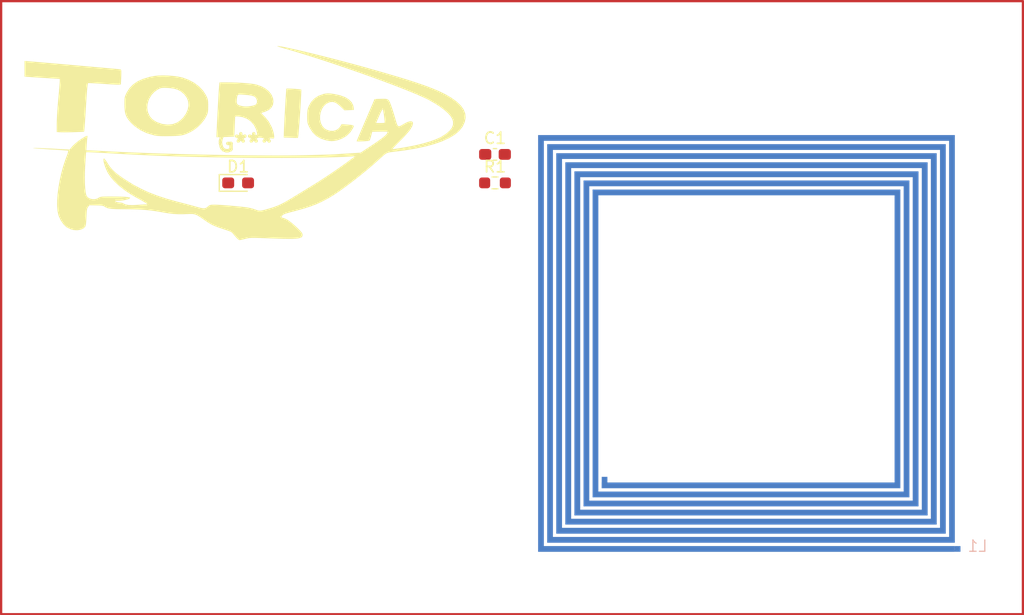
<source format=kicad_pcb>
(kicad_pcb (version 20241229) (generator "pcbnew") (generator_version "9.0")
  (layers (0 "F.Cu" signal) (2 "B.Cu" signal) (13 "F.Paste" user) (15 "B.Paste" user) (5 "F.SilkS" user "F.Silkscreen") (7 "B.SilkS" user "B.Silkscreen") (1 "F.Mask" user) (3 "B.Mask" user) (25 "Edge.Cuts" user))
  (net 0 "")
  (net 1 "Net-(C1-Pad2)")
  (net 2 "Net-(D1-K)")
  (net 3 "Net-(D1-A)")
  (footprint "Resistor_SMD:R_0603_1608Metric_Pad0.98x0.95mm_HandSolder" (layer "F.Cu") (at 115 95.51)
    (property "Reference" "R1" (at 0 -1.43 0) (layer "F.SilkS"))
    (property "Value" "R")
    (fp_line (start -0.254724 -0.5225) (end 0.254724 -0.5225) (stroke (width 0.12)) (layer "F.SilkS"))
    (fp_line (start -0.254724 0.5225) (end 0.254724 0.5225) (stroke (width 0.12)) (layer "F.SilkS"))
    (pad "1" smd roundrect (at -0.9125 0) (size 0.975 0.95) (layers "F.Cu" "F.Mask" "F.Paste") (net 1 "Net-(C1-Pad2)"))
    (pad "2" smd roundrect (at 0.9125 0) (size 0.975 0.95) (layers "F.Cu" "F.Mask" "F.Paste") (net 3 "Net-(D1-A)"))
  )
  (footprint "LED_SMD:LED_0603_1608Metric_Pad1.05x0.95mm_HandSolder" (layer "F.Cu") (at 92.375 95.51)
    (property "Reference" "D1" (at 0 -1.43 0) (layer "F.SilkS"))
    (property "Value" "LED")
    (fp_line (start -1.66 -0.735) (end -1.66 0.735) (stroke (width 0.12)) (layer "F.SilkS"))
    (fp_line (start -1.66 0.735) (end 0.8 0.735) (stroke (width 0.12)) (layer "F.SilkS"))
    (fp_line (start 0.8 -0.735) (end -1.66 -0.735) (stroke (width 0.12)) (layer "F.SilkS"))
    (pad "1" smd roundrect (at -0.875 0) (size 1.05 0.95) (layers "F.Cu" "F.Mask" "F.Paste") (net 2 "Net-(D1-K)"))
    (pad "2" smd roundrect (at 0.875 0) (size 1.05 0.95) (layers "F.Cu" "F.Mask" "F.Paste") (net 3 "Net-(D1-A)"))
  )
  (footprint "lib:TORICA_LOGO" (layer "F.Cu") (at 93 92)
    (property "Reference" "G***" (at 0 0 0) (layer "F.SilkS") (effects (font (size 1.5 1.5) (thickness 0.3))))
    (property "Value" "LOGO" (hide yes))
    (fp_poly (pts (xy 4.028364 -4.794973) (xy 4.255147 -4.783218) (xy 4.48478 -4.767654) (xy 4.691357 -4.749855) (xy 4.848972 -4.731393) (xy 4.931721 -4.713839) (xy 4.935016 -4.71211) (xy 4.94065 -4.655024) (xy 4.93873 -4.505314) (xy 4.930193 -4.276965) (xy 4.915973 -3.983962) (xy 4.897009 -3.640291) (xy 4.874235 -3.259938) (xy 4.848589 -2.856888) (xy 4.821005 -2.445126) (xy 4.792421 -2.038638) (xy 4.763773 -1.65141) (xy 4.735997 -1.297426) (xy 4.710028 -0.990673) (xy 4.686804 -0.745135) (xy 4.66726 -0.574799) (xy 4.652697 -0.494632) (xy 4.588475 -0.439894) (xy 4.560309 -0.439068) (xy 4.480409 -0.445424) (xy 4.31983 -0.453538) (xy 4.104801 -0.462192) (xy 3.943683 -0.467675) (xy 3.395578 -0.485005) (xy 3.397426 -0.737135) (xy 3.401091 -0.896033) (xy 3.409863 -1.131815) (xy 3.422947 -1.430288) (xy 3.43955 -1.777259) (xy 3.458877 -2.158534) (xy 3.480136 -2.559921) (xy 3.502533 -2.967226) (xy 3.525273 -3.366256) (xy 3.547563 -3.742817) (xy 3.56861 -4.082717) (xy 3.58762 -4.371762) (xy 3.603799 -4.595758) (xy 3.616353 -4.740514) (xy 3.624159 -4.791669) (xy 3.686964 -4.800771) (xy 3.830334 -4.801348)) (fill yes) (layer "F.SilkS"))
    (fp_poly (pts (xy 7.480111 -4.368804) (xy 7.715764 -4.338435) (xy 7.856176 -4.316523) (xy 8.37269 -4.20314) (xy 8.79899 -4.044437) (xy 9.133027 -3.841885) (xy 9.372756 -3.596959) (xy 9.516129 -3.311133) (xy 9.55775 -3.091551) (xy 9.571789 -2.914317) (xy 9.157641 -2.898704) (xy 8.743493 -2.883091) (xy 8.377587 -3.226747) (xy 8.125667 -3.440808) (xy 7.907635 -3.57034) (xy 7.703167 -3.623006) (xy 7.491941 -3.606466) (xy 7.419688 -3.587833) (xy 7.146767 -3.457653) (xy 6.925559 -3.254189) (xy 6.758037 -2.995377) (xy 6.646175 -2.699151) (xy 6.591947 -2.383447) (xy 6.597327 -2.066201) (xy 6.664289 -1.765346) (xy 6.794807 -1.498818) (xy 6.990854 -1.284553) (xy 7.154863 -1.181558) (xy 7.460921 -1.081923) (xy 7.759012 -1.07436) (xy 8.030848 -1.15447) (xy 8.25814 -1.317852) (xy 8.378966 -1.476036) (xy 8.492071 -1.667733) (xy 8.978456 -1.630066) (xy 9.248673 -1.607311) (xy 9.425957 -1.5828) (xy 9.524075 -1.547529) (xy 9.556797 -1.492491) (xy 9.537889 -1.408683) (xy 9.486425 -1.297809) (xy 9.250189 -0.937194) (xy 8.933276 -0.63269) (xy 8.552582 -0.396617) (xy 8.125001 -0.241295) (xy 8.000385 -0.214178) (xy 7.77366 -0.178175) (xy 7.58469 -0.16829) (xy 7.38887 -0.185875) (xy 7.141596 -0.232282) (xy 7.098693 -0.241513) (xy 6.645233 -0.388981) (xy 6.256818 -0.620884) (xy 5.931827 -0.938531) (xy 5.668638 -1.343233) (xy 5.623534 -1.434186) (xy 5.546295 -1.605455) (xy 5.497006 -1.747921) (xy 5.469539 -1.895097) (xy 5.457769 -2.08049) (xy 5.455571 -2.33761) (xy 5.455602 -2.352843) (xy 5.461129 -2.641511) (xy 5.479339 -2.857172) (xy 5.51499 -3.03347) (xy 5.572841 -3.204051) (xy 5.577701 -3.216288) (xy 5.786325 -3.600887) (xy 6.073469 -3.915347) (xy 6.432642 -4.154422) (xy 6.857351 -4.312864) (xy 6.964785 -4.337587) (xy 7.13859 -4.367577) (xy 7.299042 -4.37825)) (fill yes) (layer "F.SilkS"))
    (fp_poly (pts (xy -19.023264 -7.200897) (xy -18.72691 -7.176422) (xy -18.360008 -7.14556) (xy -17.932551 -7.109189) (xy -17.454532 -7.068189) (xy -16.935944 -7.023439) (xy -16.386782 -6.975818) (xy -15.817037 -6.926206) (xy -15.236703 -6.875481) (xy -14.655774 -6.824523) (xy -14.084243 -6.774212) (xy -13.532104 -6.725426) (xy -13.009349 -6.679045) (xy -12.525972 -6.635949) (xy -12.091966 -6.597015) (xy -11.717324 -6.563124) (xy -11.412041 -6.535155) (xy -11.186108 -6.513987) (xy -11.04952 -6.500499) (xy -11.012083 -6.496032) (xy -10.965298 -6.480716) (xy -10.934891 -6.445414) (xy -10.918298 -6.371521) (xy -10.912951 -6.240434) (xy -10.916286 -6.033547) (xy -10.922094 -5.84346) (xy -10.931508 -5.591551) (xy -10.941804 -5.377666) (xy -10.951703 -5.225161) (xy -10.959571 -5.158433) (xy -11.015994 -5.14272) (xy -11.172975 -5.138448) (xy -11.43188 -5.14566) (xy -11.794073 -5.164398) (xy -12.260918 -5.194706) (xy -12.3767 -5.202852) (xy -12.754791 -5.228679) (xy -13.099134 -5.250126) (xy -13.394924 -5.266438) (xy -13.627354 -5.27686) (xy -13.781618 -5.280637) (xy -13.841833 -5.277571) (xy -13.861982 -5.234209) (xy -13.883465 -5.115727) (xy -13.906742 -4.916926) (xy -13.932277 -4.632607) (xy -13.96053 -4.257571) (xy -13.991963 -3.786618) (xy -14.027038 -3.214549) (xy -14.030994 -3.147679) (xy -14.059151 -2.683729) (xy -14.086795 -2.253493) (xy -14.113063 -1.868601) (xy -14.137092 -1.540685) (xy -14.158022 -1.281375) (xy -14.174989 -1.102303) (xy -14.18713 -1.015098) (xy -14.189566 -1.00871) (xy -14.25185 -0.996648) (xy -14.401406 -0.984705) (xy -14.61856 -0.973403) (xy -14.883639 -0.963267) (xy -15.176968 -0.95482) (xy -15.478874 -0.948584) (xy -15.769681 -0.945084) (xy -16.029717 -0.944843) (xy -16.239307 -0.948385) (xy -16.322843 -0.951953) (xy -16.60358 -0.968116) (xy -16.602968 -1.700585) (xy -16.597438 -1.963755) (xy -16.582243 -2.30816) (xy -16.558938 -2.708675) (xy -16.529078 -3.140178) (xy -16.49422 -3.577547) (xy -16.469896 -3.850106) (xy -16.434219 -4.238654) (xy -16.402133 -4.601286) (xy -16.374995 -4.921578) (xy -16.354164 -5.183108) (xy -16.340998 -5.369452) (xy -16.336823 -5.459515) (xy -16.336211 -5.651871) (xy -16.93779 -5.686222) (xy -17.203865 -5.701949) (xy -17.5419 -5.722723) (xy -17.917153 -5.746367) (xy -18.294881 -5.770704) (xy -18.488527 -5.783424) (xy -19.437685 -5.846276) (xy -19.437685 -6.540458) (xy -19.437685 -7.234641)) (fill yes) (layer "F.SilkS"))
    (fp_poly (pts (xy -6.788067 -5.946234) (xy -6.331567 -5.910757) (xy -5.908905 -5.854369) (xy -5.55432 -5.778928) (xy -5.535991 -5.773846) (xy -4.992356 -5.57767) (xy -4.499313 -5.313904) (xy -4.069873 -4.992365) (xy -3.717046 -4.622873) (xy -3.453843 -4.215245) (xy -3.443688 -4.194892) (xy -3.361351 -4.020854) (xy -3.308515 -3.879741) (xy -3.278672 -3.738203) (xy -3.265317 -3.562889) (xy -3.261945 -3.320448) (xy -3.261896 -3.26302) (xy -3.26434 -3.001479) (xy -3.275883 -2.813091) (xy -3.302835 -2.664098) (xy -3.35151 -2.520743) (xy -3.428218 -2.349268) (xy -3.435715 -2.333408) (xy -3.620662 -2.025021) (xy -3.878301 -1.707377) (xy -4.181105 -1.408562) (xy -4.50155 -1.156659) (xy -4.717701 -1.025329) (xy -4.979789 -0.892054) (xy -5.204073 -0.791814) (xy -5.413977 -0.719575) (xy -5.632927 -0.670305) (xy -5.884348 -0.638971) (xy -6.191665 -0.620538) (xy -6.578304 -0.609973) (xy -6.657474 -0.60853) (xy -7.071733 -0.604328) (xy -7.398736 -0.608511) (xy -7.657914 -0.622013) (xy -7.8687 -0.645764) (xy -8.021053 -0.673982) (xy -8.66013 -0.863167) (xy -9.235215 -1.133194) (xy -9.741238 -1.481302) (xy -10.070582 -1.790036) (xy -10.289897 -2.045192) (xy -10.446795 -2.286033) (xy -10.550673 -2.539094) (xy -10.610925 -2.830908) (xy -10.631322 -3.110812) (xy -8.630423 -3.110812) (xy -8.594131 -2.836806) (xy -8.553495 -2.682637) (xy -8.402436 -2.355181) (xy -8.160939 -2.084065) (xy -7.829904 -1.869995) (xy -7.410233 -1.71368) (xy -7.277673 -1.680519) (xy -6.83285 -1.625073) (xy -6.412903 -1.663129) (xy -6.042709 -1.788938) (xy -5.725719 -1.993686) (xy -5.447821 -2.268317) (xy -5.224344 -2.589869) (xy -5.070615 -2.93538) (xy -5.001964 -3.281887) (xy -4.99979 -3.351276) (xy -5.032678 -3.687773) (xy -5.140228 -3.974441) (xy -5.335766 -4.243267) (xy -5.39972 -4.311191) (xy -5.647791 -4.526425) (xy -5.919662 -4.680582) (xy -6.237742 -4.782051) (xy -6.624433 -4.839224) (xy -6.848504 -4.853732) (xy -7.101901 -4.862577) (xy -7.279435 -4.859591) (xy -7.411926 -4.840478) (xy -7.530191 -4.800941) (xy -7.656363 -4.741093) (xy -7.980674 -4.521179) (xy -8.257101 -4.225055) (xy -8.462125 -3.880646) (xy -8.528502 -3.70562) (xy -8.608903 -3.385823) (xy -8.630423 -3.110812) (xy -10.631322 -3.110812) (xy -10.636947 -3.188011) (xy -10.640056 -3.398353) (xy -10.639475 -3.672247) (xy -10.632802 -3.868497) (xy -10.614455 -4.016403) (xy -10.578854 -4.145267) (xy -10.520415 -4.284391) (xy -10.439543 -4.450966) (xy -10.196604 -4.83808) (xy -9.877267 -5.166796) (xy -9.477205 -5.439719) (xy -8.992089 -5.659454) (xy -8.417593 -5.828606) (xy -8.018188 -5.908613) (xy -7.665617 -5.947021) (xy -7.244163 -5.958942)) (fill yes) (layer "F.SilkS"))
    (fp_poly (pts (xy -1.56083 -5.346576) (xy -1.108936 -5.340471) (xy -0.65134 -5.324143) (xy -0.208086 -5.299084) (xy 0.200785 -5.266788) (xy 0.555229 -5.228744) (xy 0.835202 -5.186446) (xy 0.962526 -5.158757) (xy 1.411885 -5.004056) (xy 1.793534 -4.796188) (xy 2.099547 -4.542961) (xy 2.321997 -4.252186) (xy 2.452957 -3.93167) (xy 2.486526 -3.657443) (xy 2.441155 -3.358333) (xy 2.303948 -3.109771) (xy 2.07326 -2.909933) (xy 1.747449 -2.756999) (xy 1.644315 -2.723913) (xy 1.507631 -2.68069) (xy 1.426614 -2.649597) (xy 1.417052 -2.642762) (xy 1.452105 -2.601311) (xy 1.545485 -2.50307) (xy 1.67952 -2.366495) (xy 1.731979 -2.31384) (xy 2.066127 -1.905016) (xy 2.328739 -1.42043) (xy 2.450198 -1.096211) (xy 2.508621 -0.878436) (xy 2.543429 -0.676202) (xy 2.552361 -0.514411) (xy 2.533152 -0.417965) (xy 2.513262 -0.402192) (xy 2.442155 -0.402175) (xy 2.286635 -0.409442) (xy 2.068896 -0.422756) (xy 1.811133 -0.440875) (xy 1.783125 -0.44297) (xy 1.106461 -0.493878) (xy 1.071781 -0.741571) (xy 0.961773 -1.190848) (xy 0.770208 -1.575588) (xy 0.503365 -1.889673) (xy 0.16752 -2.126984) (xy -0.231048 -2.281403) (xy -0.567261 -2.339129) (xy -0.744178 -2.351549) (xy -0.840219 -2.344105) (xy -0.880507 -2.311144) (xy -0.88922 -2.266691) (xy -0.893796 -2.179327) (xy -0.901749 -2.006795) (xy -0.912116 -1.770785) (xy -0.923934 -1.492988) (xy -0.929325 -1.36358) (xy -0.962527 -0.561475) (xy -1.737896 -0.531816) (xy -2.014045 -0.522269) (xy -2.249735 -0.516049) (xy -2.425516 -0.513519) (xy -2.521936 -0.515042) (xy -2.534037 -0.51694) (xy -2.535757 -0.571445) (xy -2.531986 -0.719395) (xy -2.523418 -0.947467) (xy -2.510745 -1.242337) (xy -2.49466 -1.590681) (xy -2.475856 -1.979177) (xy -2.455025 -2.3945) (xy -2.432861 -2.823327) (xy -2.410055 -3.252336) (xy -2.390453 -3.610592) (xy -0.753415 -3.610592) (xy -0.71401 -3.452026) (xy -0.614204 -3.354703) (xy -0.515192 -3.316342) (xy -0.241975 -3.251027) (xy -0.008913 -3.222481) (xy 0.233354 -3.227949) (xy 0.500165 -3.259692) (xy 0.695432 -3.299686) (xy 0.858771 -3.353856) (xy 0.941323 -3.400588) (xy 1.023776 -3.540818) (xy 1.035686 -3.722401) (xy 0.977616 -3.906808) (xy 0.932921 -3.97529) (xy 0.841197 -4.064107) (xy 0.713628 -4.131452) (xy 0.533124 -4.181863) (xy 0.282593 -4.219884) (xy -0.055057 -4.250054) (xy -0.117617 -4.25441) (xy -0.36808 -4.272022) (xy -0.532173 -4.275265) (xy -0.63047 -4.250711) (xy -0.683546 -4.184931) (xy -0.711974 -4.064495) (xy -0.736328 -3.875975) (xy -0.739945 -3.848206) (xy -0.753415 -3.610592) (xy -2.390453 -3.610592) (xy -2.387301 -3.668201) (xy -2.365292 -4.057601) (xy -2.34472 -4.407211) (xy -2.326278 -4.703707) (xy -2.310659 -4.933768) (xy -2.298555 -5.084068) (xy -2.294699 -5.120106) (xy -2.266079 -5.347369)) (fill yes) (layer "F.SilkS"))
    (fp_poly (pts (xy 3.08744 -8.521353) (xy 3.362159 -8.471552) (xy 3.714987 -8.39959) (xy 4.137579 -8.307505) (xy 4.621592 -8.197335) (xy 5.158682 -8.071117) (xy 5.740502 -7.930889) (xy 6.35871 -7.778688) (xy 7.004961 -7.616551) (xy 7.67091 -7.446516) (xy 8.348213 -7.270621) (xy 9.028526 -7.090903) (xy 9.703503 -6.9094) (xy 10.364802 -6.728149) (xy 11.004076 -6.549187) (xy 11.122526 -6.515564) (xy 12.092434 -6.2374) (xy 12.965615 -5.981989) (xy 13.749246 -5.746746) (xy 14.4505 -5.529085) (xy 15.076554 -5.32642) (xy 15.634582 -5.136165) (xy 16.131761 -4.955735) (xy 16.575266 -4.782543) (xy 16.972271 -4.614005) (xy 17.329953 -4.447533) (xy 17.655487 -4.280543) (xy 17.956048 -4.110448) (xy 18.181052 -3.971858) (xy 18.640632 -3.64057) (xy 18.993655 -3.301201) (xy 19.240223 -2.953461) (xy 19.380442 -2.597063) (xy 19.414417 -2.231716) (xy 19.342252 -1.857133) (xy 19.164052 -1.473023) (xy 19.114915 -1.393822) (xy 18.832661 -1.049389) (xy 18.447726 -0.729383) (xy 17.96168 -0.434373) (xy 17.376093 -0.164925) (xy 16.692537 0.078392) (xy 15.912582 0.29501) (xy 15.037797 0.48436) (xy 14.069755 0.645876) (xy 13.148249 0.763834) (xy 12.913018 0.789908) (xy 12.731866 0.814688) (xy 12.586155 0.848122) (xy 12.457244 0.900157) (xy 12.326493 0.980742) (xy 12.175262 1.099824) (xy 11.98491 1.267352) (xy 11.736799 1.493273) (xy 11.67378 1.550736) (xy 11.239765 1.935884) (xy 10.761139 2.342661) (xy 10.253833 2.758748) (xy 9.733777 3.171827) (xy 9.216901 3.569577) (xy 8.719136 3.93968) (xy 8.256412 4.269817) (xy 7.84466 4.547668) (xy 7.596598 4.703668) (xy 7.134715 4.970381) (xy 6.687263 5.200763) (xy 6.232153 5.403566) (xy 5.747293 5.587546) (xy 5.210595 5.761456) (xy 4.599967 5.934051) (xy 4.283604 6.016581) (xy 3.924159 6.111141) (xy 3.656723 6.188554) (xy 3.468551 6.253238) (xy 3.3469 6.309611) (xy 3.279028 6.362093) (xy 3.275716 6.366038) (xy 3.197431 6.480923) (xy 3.20569 6.547506) (xy 3.309202 6.588272) (xy 3.366358 6.600005) (xy 3.581681 6.678726) (xy 3.849825 6.841709) (xy 4.164225 7.084274) (xy 4.518313 7.401742) (xy 4.595863 7.476286) (xy 4.800414 7.68019) (xy 4.936073 7.830137) (xy 5.014942 7.942014) (xy 5.049124 8.031703) (xy 5.053262 8.076633) (xy 5.043439 8.17094) (xy 5.008546 8.249505) (xy 4.940455 8.313243) (xy 4.831033 8.363066) (xy 4.672149 8.399888) (xy 4.455672 8.424621) (xy 4.173471 8.43818) (xy 3.817416 8.441478) (xy 3.379374 8.435427) (xy 2.851215 8.420942) (xy 2.224808 8.398936) (xy 2.194165 8.397783) (xy 1.711825 8.379801) (xy 1.322875 8.366285) (xy 1.01384 8.357514) (xy 0.771245 8.353766) (xy 0.581615 8.355322) (xy 0.431474 8.362461) (xy 0.307347 8.375463) (xy 0.195759 8.394606) (xy 0.083234 8.420171) (xy -0.00891 8.443478) (xy -0.21687 8.495127) (xy -0.38795 8.534242) (xy -0.493528 8.554395) (xy -0.508889 8.555789) (xy -0.581356 8.519815) (xy -0.690441 8.429052) (xy -0.740611 8.379155) (xy -0.886839 8.215905) (xy -1.031072 8.040233) (xy -1.053832 8.010546) (xy -1.122203 7.929709) (xy -1.20269 7.86331) (xy -1.314785 7.8018) (xy -1.477981 7.735625) (xy -1.711769 7.655234) (xy -1.909411 7.591282) (xy -2.296509 7.463238) (xy -2.607484 7.348071) (xy -2.869925 7.232555) (xy -3.111422 7.103464) (xy -3.359565 6.947572) (xy -3.602907 6.77944) (xy -3.886261 6.580578) (xy -4.105941 6.43665) (xy -4.284598 6.339459) (xy -4.444885 6.280807) (xy -4.609455 6.252499) (xy -4.800958 6.246337) (xy -5.042048 6.254124) (xy -5.053264 6.25462) (xy -5.512731 6.270112) (xy -5.903152 6.269953) (xy -6.261627 6.25156) (xy -6.625254 6.21235) (xy -7.031135 6.149741) (xy -7.331189 6.096015) (xy -7.824438 6.011137) (xy -8.296867 5.945076) (xy -8.772304 5.89595) (xy -9.274573 5.861877) (xy -9.827501 5.840975) (xy -10.454912 5.831362) (xy -10.694738 5.830319) (xy -11.13768 5.826893) (xy -11.488481 5.817321) (xy -11.761865 5.799647) (xy -11.972556 5.771916) (xy -12.135277 5.732172) (xy -12.264754 5.67846) (xy -12.375709 5.608824) (xy -12.378633 5.606669) (xy -12.45952 5.558896) (xy -12.563764 5.526833) (xy -12.714252 5.506942) (xy -12.93387 5.495686) (xy -13.124794 5.491319) (xy -13.728823 5.481052) (xy -13.842728 5.631943) (xy -13.889921 5.706218) (xy -13.923858 5.797155) (xy -13.947819 5.925157) (xy -13.965084 6.110629) (xy -13.978934 6.373977) (xy -13.984581 6.514258) (xy -14.004254 6.883135) (xy -14.031295 7.148395) (xy -14.066081 7.313138) (xy -14.087133 7.35977) (xy -14.257144 7.527543) (xy -14.494078 7.63515) (xy -14.77613 7.682134) (xy -15.081495 7.668041) (xy -15.38837 7.592413) (xy -15.674949 7.454794) (xy -15.762518 7.394826) (xy -16.016702 7.150278) (xy -16.241204 6.828601) (xy -16.416723 6.459114) (xy -16.458831 6.337346) (xy -16.534995 5.981185) (xy -16.569911 5.542548) (xy -16.565696 5.036719) (xy -16.524466 4.478981) (xy -16.448339 3.88462) (xy -16.339431 3.268919) (xy -16.296145 3.076088) (xy -14.127604 3.076088) (xy -14.119362 3.546598) (xy -14.096443 3.957963) (xy -14.059443 4.2963) (xy -14.008959 4.547726) (xy -13.985796 4.61909) (xy -13.873408 4.775956) (xy -13.691055 4.885944) (xy -13.467394 4.943551) (xy -13.231079 4.943278) (xy -13.010764 4.879622) (xy -12.917958 4.824089) (xy -12.85378 4.781105) (xy -12.7836 4.749988) (xy -12.68987 4.728833) (xy -12.555047 4.715733) (xy -12.361585 4.708782) (xy -12.091939 4.706075) (xy -11.827918 4.705683) (xy -11.29161 4.709081) (xy -10.859788 4.7194) (xy -10.5302 4.736828) (xy -10.300598 4.761553) (xy -10.16873 4.793765) (xy -10.132348 4.833652) (xy -10.139638 4.847048) (xy -10.253677 4.923211) (xy -10.448438 4.991076) (xy -10.697715 5.044461) (xy -10.975305 5.077185) (xy -11.145601 5.084342) (xy -11.346981 5.087647) (xy -11.454537 5.094926) (xy -11.481391 5.110356) (xy -11.440667 5.138119) (xy -11.389896 5.162141) (xy -11.224512 5.212741) (xy -11.036511 5.237602) (xy -11.01979 5.238008) (xy -10.860216 5.259402) (xy -10.73644 5.309016) (xy -10.721608 5.32051) (xy -10.559445 5.404428) (xy -10.299775 5.45275) (xy -9.946076 5.465083) (xy -9.595052 5.448568) (xy -9.335415 5.4303) (xy -9.091874 5.415167) (xy -8.899301 5.405241) (xy -8.823159 5.402657) (xy -8.609264 5.398463) (xy -8.742948 5.293994) (xy -8.844538 5.226597) (xy -9.01545 5.125481) (xy -9.22978 5.005598) (xy -9.411369 4.908187) (xy -10.012651 4.565295) (xy -10.566812 4.196534) (xy -11.06275 3.811388) (xy -11.489359 3.41934) (xy -11.835535 3.029872) (xy -12.090175 2.652467) (xy -12.121868 2.593473) (xy -12.244879 2.333279) (xy -12.347199 2.074395) (xy -12.424897 1.8331) (xy -12.474045 1.625673) (xy -12.490713 1.468393) (xy -12.470972 1.377539) (xy -12.418066 1.366307) (xy -12.361956 1.421389) (xy -12.268784 1.546997) (xy -12.15454 1.720795) (xy -12.096754 1.815046) (xy -11.931073 2.065164) (xy -11.74039 2.296831) (xy -11.509968 2.523429) (xy -11.225072 2.758339) (xy -10.870966 3.014941) (xy -10.50758 3.258132) (xy -9.849928 3.66205) (xy -9.181941 4.019958) (xy -8.484919 4.339651) (xy -7.740161 4.628924) (xy -6.928967 4.895573) (xy -6.032636 5.147393) (xy -5.882106 5.18631) (xy -5.530115 5.277099) (xy -5.178756 5.369076) (xy -4.854586 5.455192) (xy -4.58416 5.5284) (xy -4.41158 5.576592) (xy -4.091623 5.665797) (xy -3.854342 5.722707) (xy -3.680597 5.747757) (xy -3.551246 5.741381) (xy -3.447149 5.704014) (xy -3.349166 5.636092) (xy -3.308746 5.60165) (xy -3.206626 5.517037) (xy -3.116171 5.465508) (xy -3.006483 5.43888) (xy -2.846663 5.42897) (xy -2.651511 5.427578) (xy -2.441269 5.433393) (xy -2.147676 5.44954) (xy -1.793621 5.474076) (xy -1.401993 5.505056) (xy -0.995681 5.540535) (xy -0.597573 5.57857) (xy -0.23056 5.617216) (xy 0.082471 5.654528) (xy 0.189247 5.668898) (xy 0.437464 5.717768) (xy 0.710919 5.792219) (xy 0.884405 5.85158) (xy 1.035306 5.907623) (xy 1.160676 5.942585) (xy 1.282473 5.954897) (xy 1.422656 5.942993) (xy 1.603184 5.905303) (xy 1.846017 5.84026) (xy 2.11221 5.763918) (xy 2.44401 5.661712) (xy 2.746291 5.552898) (xy 3.040915 5.42712) (xy 3.349745 5.274021) (xy 3.694643 5.083243) (xy 4.097472 4.844432) (xy 4.251157 4.750673) (xy 4.595705 4.539553) (xy 4.983041 4.302552) (xy 5.373903 4.063675) (xy 5.729028 3.846925) (xy 5.855368 3.769914) (xy 6.440175 3.405071) (xy 7.070745 2.996601) (xy 7.713748 2.566848) (xy 8.335859 2.138155) (xy 8.90375 1.732863) (xy 9.010315 1.654794) (xy 9.678736 1.162606) (xy 9.197473 1.193945) (xy 8.775323 1.217004) (xy 8.257063 1.23786) (xy 7.653508 1.256413) (xy 6.975475 1.272563) (xy 6.23378 1.286209) (xy 5.439238 1.297249) (xy 4.602666 1.305584) (xy 3.734879 1.311112) (xy 2.846695 1.313732) (xy 1.948929 1.313344) (xy 1.052397 1.309847) (xy 0.167915 1.30314) (xy -0.693701 1.293122) (xy -0.986096 1.288843) (xy -2.149929 1.26979) (xy -3.223291 1.249799) (xy -4.22266 1.228276) (xy -5.164511 1.204629) (xy -6.06532 1.178265) (xy -6.941565 1.148592) (xy -7.809722 1.115017) (xy -8.686266 1.076946) (xy -9.587675 1.033788) (xy -10.530425 0.98495) (xy -11.530992 0.929839) (xy -12.474174 0.875577) (xy -12.864902 0.853551) (xy -13.219755 0.835124) (xy -13.525037 0.82088) (xy -13.767051 0.811406) (xy -13.932099 0.807285) (xy -14.006486 0.809101) (xy -14.009156 0.810067) (xy -14.018652 0.867806) (xy -14.032499 1.016746) (xy -14.049551 1.241282) (xy -14.068659 1.525809) (xy -14.088674 1.854723) (xy -14.097676 2.01316) (xy -14.120575 2.560314) (xy -14.127604 3.076088) (xy -16.296145 3.076088) (xy -16.199861 2.647163) (xy -16.031743 2.034636) (xy -15.837197 1.446622) (xy -15.749088 1.213119) (xy -15.649419 0.942761) (xy -15.598414 0.763854) (xy -15.596455 0.677847) (xy -15.605453 0.670386) (xy -15.673252 0.662576) (xy -15.83356 0.649484) (xy -16.072124 0.632109) (xy -16.37469 0.611449) (xy -16.727004 0.588501) (xy -17.114813 0.564264) (xy -17.165053 0.561195) (xy -17.657851 0.530192) (xy -18.057452 0.502976) (xy -18.361907 0.479754) (xy -18.569269 0.460735) (xy -18.67759 0.446124) (xy -18.684923 0.43613) (xy -18.589319 0.43096) (xy -18.390492 0.430805) (xy -18.247108 0.434538) (xy -18.016404 0.443376) (xy -17.717839 0.456445) (xy -17.370872 0.472869) (xy -16.994965 0.491774) (xy -16.764001 0.503924) (xy -15.453896 0.574028) (xy -15.37615 0.460803) (xy -15.210378 0.262558) (xy -14.974741 0.038985) (xy -14.694988 -0.187328) (xy -14.415917 -0.381659) (xy -14.176692 -0.528651) (xy -14.014105 -0.612327) (xy -13.920468 -0.635147) (xy -13.88809 -0.599571) (xy -13.895735 -0.548106) (xy -13.910347 -0.45705) (xy -13.928411 -0.286898) (xy -13.947216 -0.065324) (xy -13.95858 0.093578) (xy -13.994906 0.641683) (xy -13.761874 0.642201) (xy -13.628668 0.64551) (xy -13.413045 0.654307) (xy -13.13933 0.667454) (xy -12.831849 0.683812) (xy -12.646527 0.694386) (xy -11.764205 0.742524) (xy -10.80077 0.788647) (xy -9.768127 0.832502) (xy -8.678182 0.873838) (xy -7.542841 0.912403) (xy -6.374009 0.947944) (xy -5.183592 0.980209) (xy -3.983495 1.008947) (xy -2.785624 1.033905) (xy -1.601885 1.054831) (xy -0.444184 1.071472) (xy 0.675574 1.083578) (xy 1.745484 1.090895) (xy 2.753639 1.093172) (xy 3.688134 1.090156) (xy 4.537063 1.081596) (xy 5.133473 1.070879) (xy 5.644769 1.059106) (xy 6.134651 1.04701) (xy 6.590296 1.034965) (xy 6.998882 1.023346) (xy 7.347587 1.012527) (xy 7.623588 1.002883) (xy 7.814063 0.994789) (xy 7.887368 0.990426) (xy 8.057628 0.978139) (xy 8.308681 0.96128) (xy 8.614556 0.941532) (xy 8.949281 0.92058) (xy 9.197473 0.905459) (xy 10.159999 0.847559) (xy 10.855157 0.390258) (xy 11.308649 0.089174) (xy 11.677917 -0.162818) (xy 11.970366 -0.371778) (xy 12.193402 -0.543767) (xy 12.354429 -0.684843) (xy 12.460854 -0.801068) (xy 12.520081 -0.898501) (xy 12.539516 -0.983204) (xy 12.539578 -0.988206) (xy 12.489479 -0.998758) (xy 12.352572 -1.005392) (xy 12.148938 -1.007634) (xy 11.898661 -1.005011) (xy 11.861117 -1.00423) (xy 11.182656 -0.989264) (xy 11.090022 -0.621895) (xy 11.038081 -0.433787) (xy 10.989396 -0.2877) (xy 10.954145 -0.214021) (xy 10.953009 -0.212868) (xy 10.887127 -0.194607) (xy 10.746261 -0.17732) (xy 10.556974 -0.162239) (xy 10.345828 -0.150596) (xy 10.139387 -0.143622) (xy 9.964213 -0.142548) (xy 9.846868 -0.148605) (xy 9.81242 -0.159994) (xy 9.832799 -0.214266) (xy 9.89085 -0.355796) (xy 9.981942 -0.573617) (xy 10.101444 -0.856762) (xy 10.244726 -1.194263) (xy 10.407157 -1.575153) (xy 10.488278 -1.764632) (xy 11.529035 -1.764632) (xy 11.89171 -1.764632) (xy 12.078026 -1.768323) (xy 12.217987 -1.777999) (xy 12.281319 -1.791566) (xy 12.281334 -1.791581) (xy 12.28464 -1.851331) (xy 12.274096 -1.990387) (xy 12.253048 -2.182497) (xy 12.224842 -2.401413) (xy 12.192827 -2.620883) (xy 12.160349 -2.814658) (xy 12.135066 -2.938764) (xy 12.113067 -2.971269) (xy 12.073112 -2.942258) (xy 12.011363 -2.844518) (xy 11.92398 -2.670838) (xy 11.807122 -2.414006) (xy 11.656952 -2.06681) (xy 11.602492 -1.938422) (xy 11.529035 -1.764632) (xy 10.488278 -1.764632) (xy 10.584107 -1.988465) (xy 10.603412 -2.033463) (xy 11.394404 -3.876843) (xy 11.846675 -3.893113) (xy 12.147044 -3.901451) (xy 12.361117 -3.895025) (xy 12.509406 -3.864483) (xy 12.612425 -3.800475) (xy 12.690688 -3.693652) (xy 12.764708 -3.534662) (xy 12.795101 -3.460809) (xy 12.866827 -3.268687) (xy 12.956907 -3.003556) (xy 13.055519 -2.695575) (xy 13.152839 -2.374903) (xy 13.187103 -2.257166) (xy 13.279483 -1.935055) (xy 13.351638 -1.705392) (xy 13.416111 -1.558822) (xy 13.485447 -1.485988) (xy 13.57219 -1.477536) (xy 13.688883 -1.524109) (xy 13.848072 -1.616352) (xy 13.957427 -1.682647) (xy 14.254677 -1.838811) (xy 14.489743 -1.915973) (xy 14.658082 -1.91755) (xy 14.75515 -1.84696) (xy 14.776404 -1.707623) (xy 14.7173 -1.502955) (xy 14.573296 -1.236377) (xy 14.565926 -1.224818) (xy 14.453593 -1.072536) (xy 14.280688 -0.866559) (xy 14.06463 -0.626372) (xy 13.822835 -0.371459) (xy 13.626406 -0.17379) (xy 13.406279 0.04626) (xy 13.220705 0.238413) (xy 13.080099 0.391315) (xy 12.994876 0.493615) (xy 12.975448 0.533958) (xy 12.977006 0.53417) (xy 13.091199 0.524067) (xy 13.288611 0.497262) (xy 13.547473 0.457434) (xy 13.846017 0.408263) (xy 14.162474 0.35343) (xy 14.475077 0.296616) (xy 14.762056 0.241499) (xy 14.999368 0.192261) (xy 15.675625 0.029375) (xy 16.27263 -0.144656) (xy 16.781986 -0.327041) (xy 17.195299 -0.514993) (xy 17.298174 -0.571394) (xy 17.703792 -0.832973) (xy 18.004816 -1.092413) (xy 18.203447 -1.353334) (xy 18.301884 -1.619358) (xy 18.302326 -1.894105) (xy 18.236429 -2.115903) (xy 18.09114 -2.359976) (xy 17.853063 -2.628569) (xy 17.531451 -2.914172) (xy 17.135554 -3.209277) (xy 16.674624 -3.506375) (xy 16.175789 -3.788483) (xy 15.839695 -3.955496) (xy 15.410311 -4.150176) (xy 14.896729 -4.369273) (xy 14.30804 -4.609541) (xy 13.653336 -4.86773) (xy 12.941708 -5.140592) (xy 12.182249 -5.424881) (xy 11.384051 -5.717346) (xy 10.556204 -6.014742) (xy 9.707801 -6.313818) (xy 8.847933 -6.611328) (xy 7.985693 -6.904023) (xy 7.130171 -7.188655) (xy 6.29046 -7.461976) (xy 5.475651 -7.720738) (xy 4.694837 -7.961693) (xy 3.957108 -8.181592) (xy 3.552813 -8.298132) (xy 3.283316 -8.376859) (xy 3.059527 -8.446357) (xy 2.897273 -8.501367) (xy 2.812385 -8.53663) (xy 2.805709 -8.546325) (xy 2.899175 -8.546957)) (fill yes) (layer "F.SilkS"))
  )
  (footprint "Capacitor_SMD:C_0603_1608Metric_Pad1.08x0.95mm_HandSolder" (layer "F.Cu") (at 115 93)
    (property "Reference" "C1" (at 0 -1.43 0) (layer "F.SilkS"))
    (property "Value" "C")
    (fp_line (start -0.146267 -0.51) (end 0.146267 -0.51) (stroke (width 0.12)) (layer "F.SilkS"))
    (fp_line (start -0.146267 0.51) (end 0.146267 0.51) (stroke (width 0.12)) (layer "F.SilkS"))
    (pad "1" smd roundrect (at -0.8625 0) (size 1.075 0.95) (layers "F.Cu" "F.Mask" "F.Paste") (net 2 "Net-(D1-K)"))
    (pad "2" smd roundrect (at 0.8625 0) (size 1.075 0.95) (layers "F.Cu" "F.Mask" "F.Paste") (net 1 "Net-(C1-Pad2)"))
  )
  (footprint "lib:NFC_COIL_36.7x36.7_3uH" (layer "B.Cu") (at 155.5 128 180)
    (property "Reference" "L1" (at -2 0.5 0) (layer "B.SilkS") (effects (font (thickness 0.1)) (justify mirror)))
    (property "Value" "L")
    (fp_poly (pts (xy 0 0) (xy 36.7 0) (xy 36.7 36.7) (xy 0 36.7) (xy 0 0.8) (xy 35.9 0.8) (xy 35.9 35.9) (xy 0.8 35.9) (xy 0.8 1.6) (xy 35.1 1.6) (xy 35.1 35.1) (xy 1.6 35.1) (xy 1.6 2.4) (xy 34.3 2.4) (xy 34.3 34.3) (xy 2.4 34.3) (xy 2.4 3.2) (xy 33.5 3.2) (xy 33.5 33.5) (xy 3.2 33.5) (xy 3.2 4) (xy 32.7 4) (xy 32.7 32.7) (xy 4 32.7) (xy 4 4.8) (xy 31.9 4.8) (xy 31.9 31.9) (xy 4.8 31.9) (xy 4.8 5.6) (xy 31.1 5.6) (xy 31.1 6.1) (xy 30.6 6.1) (xy 5.3 6.1) (xy 5.3 31.4) (xy 31.4 31.4) (xy 31.4 5.3) (xy 4.5 5.3) (xy 4.5 32.2) (xy 32.2 32.2) (xy 32.2 4.5) (xy 3.7 4.5) (xy 3.7 33) (xy 33 33) (xy 33 3.7) (xy 2.9 3.7) (xy 2.9 33.8) (xy 33.8 33.8) (xy 33.8 2.9) (xy 2.1 2.9) (xy 2.1 34.6) (xy 34.6 34.6) (xy 34.6 2.1) (xy 1.3 2.1) (xy 1.3 35.4) (xy 35.4 35.4) (xy 35.4 1.3) (xy 0.5 1.3) (xy 0.5 36.2) (xy 36.2 36.2) (xy 36.2 0.5) (xy 0 0.5)) (stroke (width 0.01)) (fill yes) (layer "B.Cu"))
    (pad "1" smd rect (at -0.25 0.25 180) (size 0.5 0.5) (layers "B.Cu" "B.Mask" "B.Paste") (net 1 "Net-(C1-Pad2)"))
    (pad "2" smd rect (at 30.85 6.35 180) (size 0.5 0.5) (layers "B.Cu" "B.Mask" "B.Paste") (net 2 "Net-(D1-K)"))
  )
  (gr_rect (start 71.5 79.5) (end 161.5 133.5) (stroke (width 0.2)) (fill no) (layer "F.Cu"))
)
</source>
